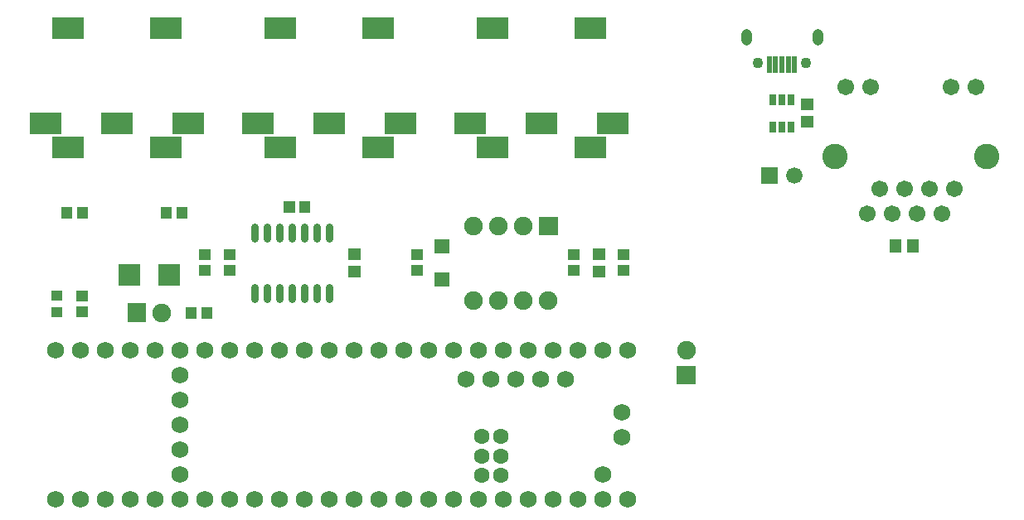
<source format=gts>
G04 Layer: TopSolderMaskLayer*
G04 EasyEDA v6.4.19.5, 2021-06-03T13:00:10+02:00*
G04 3a470d2b41ee429cb137c5c572919131,563db0ff5b334ec4995e7372edb549dc,10*
G04 Gerber Generator version 0.2*
G04 Scale: 100 percent, Rotated: No, Reflected: No *
G04 Dimensions in millimeters *
G04 leading zeros omitted , absolute positions ,4 integer and 5 decimal *
%FSLAX45Y45*%
%MOMM*%

%ADD37C,1.1016*%
%ADD38C,0.8032*%
%ADD40C,1.7016*%
%ADD41C,2.6016*%
%ADD42C,1.7272*%
%ADD43C,1.6032*%
%ADD47C,1.9000*%
%ADD51C,1.9016*%
%ADD58C,1.6764*%

%LPD*%
D37*
X9794499Y13047055D02*
G01*
X9794499Y12987055D01*
X10519516Y13047055D02*
G01*
X10519516Y12987055D01*
D38*
X4773802Y10459979D02*
G01*
X4773802Y10339979D01*
X4900802Y10459979D02*
G01*
X4900802Y10339979D01*
X5027802Y10459979D02*
G01*
X5027802Y10339979D01*
X5154802Y10459979D02*
G01*
X5154802Y10339979D01*
X5281802Y10459979D02*
G01*
X5281802Y10339979D01*
X5408802Y10459979D02*
G01*
X5408802Y10339979D01*
X5535802Y10459979D02*
G01*
X5535802Y10339979D01*
X4773802Y11079993D02*
G01*
X4773802Y10959993D01*
X4900802Y11079993D02*
G01*
X4900802Y10959993D01*
X5027802Y11079993D02*
G01*
X5027802Y10959993D01*
X5154802Y11079993D02*
G01*
X5154802Y10959993D01*
X5281802Y11079993D02*
G01*
X5281802Y10959993D01*
X5408802Y11079993D02*
G01*
X5408802Y10959993D01*
X5535802Y11079993D02*
G01*
X5535802Y10959993D01*
G36*
X11254486Y10818621D02*
G01*
X11254486Y10949178D01*
X11374881Y10949178D01*
X11374881Y10818621D01*
G37*
G36*
X11434572Y10818621D02*
G01*
X11434572Y10949178D01*
X11554713Y10949178D01*
X11554713Y10818621D01*
G37*
D40*
G01*
X11919508Y11463883D03*
G01*
X11792254Y11210137D03*
G01*
X11665508Y11463883D03*
G01*
X11538254Y11210137D03*
G01*
X11411508Y11463883D03*
G01*
X11284254Y11210137D03*
G01*
X11157508Y11463883D03*
G01*
X11030254Y11210137D03*
G01*
X12137948Y12504877D03*
G01*
X11883948Y12504877D03*
G01*
X11066068Y12504877D03*
G01*
X10812068Y12504877D03*
D41*
G01*
X12249962Y11793829D03*
G01*
X10700054Y11793829D03*
D42*
G01*
X2743200Y9817100D03*
G01*
X3251200Y9817100D03*
G01*
X3505200Y9817100D03*
G01*
X2997200Y9817100D03*
G01*
X3759200Y9817100D03*
G01*
X2997200Y8293100D03*
G01*
X2743200Y8293100D03*
G01*
X4013200Y9817100D03*
G01*
X4013200Y9563100D03*
G01*
X4013200Y9309100D03*
G01*
X4013200Y9055100D03*
G01*
X4013200Y8801100D03*
G01*
X4013200Y8547100D03*
G01*
X4013200Y8293100D03*
G01*
X3759200Y8293100D03*
G01*
X3505200Y8293100D03*
G01*
X3251200Y8293100D03*
G01*
X4267200Y9817100D03*
G01*
X4775200Y9817100D03*
G01*
X5029200Y9817100D03*
G01*
X5283200Y9817100D03*
G01*
X5537200Y9817100D03*
G01*
X5791200Y9817100D03*
G01*
X6045200Y9817100D03*
G01*
X6299200Y9817100D03*
G01*
X6553200Y9817100D03*
G01*
X6807200Y9817100D03*
G01*
X7061200Y9817100D03*
G01*
X7315200Y9817100D03*
G01*
X7569200Y9817100D03*
G01*
X7823200Y9817100D03*
G01*
X8077200Y9817100D03*
G01*
X8331200Y9817100D03*
G01*
X8585200Y9817100D03*
G01*
X8585200Y8293100D03*
G01*
X8331200Y8293100D03*
G01*
X8077200Y8293100D03*
G01*
X7823200Y8293100D03*
G01*
X7569200Y8293100D03*
G01*
X7315200Y8293100D03*
G01*
X7061200Y8293100D03*
G01*
X6807200Y8293100D03*
G01*
X6553200Y8293100D03*
G01*
X6299200Y8293100D03*
G01*
X6045200Y8293100D03*
G01*
X5791200Y8293100D03*
G01*
X5537200Y8293100D03*
G01*
X5283200Y8293100D03*
G01*
X5029200Y8293100D03*
G01*
X4775200Y8293100D03*
G01*
X4267200Y8293100D03*
G01*
X8331200Y8547100D03*
D43*
G01*
X7288199Y8733104D03*
G01*
X7088200Y8533104D03*
G01*
X7288199Y8533104D03*
D42*
G01*
X4521200Y8293100D03*
G01*
X4521200Y9817100D03*
G01*
X8524189Y9182100D03*
G01*
X8524189Y8928100D03*
G01*
X7950200Y9517100D03*
G01*
X7696200Y9517100D03*
G01*
X7442200Y9517100D03*
G01*
X7188200Y9517100D03*
G01*
X6934200Y9517100D03*
D43*
G01*
X7288199Y8933103D03*
G01*
X7088200Y8733104D03*
G01*
X7088200Y8933103D03*
G36*
X10002011Y12654534D02*
G01*
X10002011Y12824713D01*
X10052050Y12824713D01*
X10052050Y12654534D01*
G37*
G36*
X10067036Y12654534D02*
G01*
X10067036Y12824713D01*
X10117074Y12824713D01*
X10117074Y12654534D01*
G37*
G36*
X10131806Y12654534D02*
G01*
X10131806Y12824713D01*
X10182097Y12824713D01*
X10182097Y12654534D01*
G37*
G36*
X10196829Y12654534D02*
G01*
X10196829Y12824713D01*
X10247122Y12824713D01*
X10247122Y12654534D01*
G37*
G36*
X10261854Y12654534D02*
G01*
X10261854Y12824713D01*
X10312145Y12824713D01*
X10312145Y12654534D01*
G37*
D37*
G01*
X10399501Y12752057D03*
G01*
X9914514Y12752057D03*
G36*
X7541259Y12029186D02*
G01*
X7541259Y12249658D01*
X7861554Y12249658D01*
X7861554Y12029186D01*
G37*
G36*
X6811263Y12029186D02*
G01*
X6811263Y12249658D01*
X7131558Y12249658D01*
X7131558Y12029186D01*
G37*
G36*
X8271256Y12029186D02*
G01*
X8271256Y12249658D01*
X8591550Y12249658D01*
X8591550Y12029186D01*
G37*
G36*
X8041131Y11779250D02*
G01*
X8041131Y11999468D01*
X8361425Y11999468D01*
X8361425Y11779250D01*
G37*
G36*
X7041134Y11779250D02*
G01*
X7041134Y11999468D01*
X7361427Y11999468D01*
X7361427Y11779250D01*
G37*
G36*
X8041131Y12999212D02*
G01*
X8041131Y13219684D01*
X8361425Y13219684D01*
X8361425Y12999212D01*
G37*
G36*
X7041134Y12999212D02*
G01*
X7041134Y13219684D01*
X7361427Y13219684D01*
X7361427Y12999212D01*
G37*
G36*
X5373624Y12029186D02*
G01*
X5373624Y12249658D01*
X5693918Y12249658D01*
X5693918Y12029186D01*
G37*
G36*
X4643627Y12029186D02*
G01*
X4643627Y12249658D01*
X4963922Y12249658D01*
X4963922Y12029186D01*
G37*
G36*
X6103620Y12029186D02*
G01*
X6103620Y12249658D01*
X6423913Y12249658D01*
X6423913Y12029186D01*
G37*
G36*
X5873750Y11779250D02*
G01*
X5873750Y11999468D01*
X6194043Y11999468D01*
X6194043Y11779250D01*
G37*
G36*
X4873752Y11779250D02*
G01*
X4873752Y11999468D01*
X5194045Y11999468D01*
X5194045Y11779250D01*
G37*
G36*
X5873750Y12999212D02*
G01*
X5873750Y13219684D01*
X6194043Y13219684D01*
X6194043Y12999212D01*
G37*
G36*
X4873752Y12999212D02*
G01*
X4873752Y13219684D01*
X5194045Y13219684D01*
X5194045Y12999212D01*
G37*
G36*
X3206241Y12029186D02*
G01*
X3206241Y12249658D01*
X3526536Y12249658D01*
X3526536Y12029186D01*
G37*
G36*
X2476245Y12029186D02*
G01*
X2476245Y12249658D01*
X2796540Y12249658D01*
X2796540Y12029186D01*
G37*
G36*
X3936238Y12029186D02*
G01*
X3936238Y12249658D01*
X4256531Y12249658D01*
X4256531Y12029186D01*
G37*
G36*
X3706113Y11779250D02*
G01*
X3706113Y11999468D01*
X4026408Y11999468D01*
X4026408Y11779250D01*
G37*
G36*
X2706115Y11779250D02*
G01*
X2706115Y11999468D01*
X3026409Y11999468D01*
X3026409Y11779250D01*
G37*
G36*
X3706113Y12999212D02*
G01*
X3706113Y13219684D01*
X4026408Y13219684D01*
X4026408Y12999212D01*
G37*
G36*
X2706115Y12999212D02*
G01*
X2706115Y13219684D01*
X3026409Y13219684D01*
X3026409Y12999212D01*
G37*
G36*
X7677404Y10992104D02*
G01*
X7677404Y11182095D01*
X7867395Y11182095D01*
X7867395Y10992104D01*
G37*
D47*
G01*
X7518400Y11087100D03*
G01*
X7264400Y11087100D03*
G01*
X7010400Y11087100D03*
G01*
X7010400Y10325100D03*
G01*
X7264400Y10325100D03*
G01*
X7518400Y10325100D03*
G01*
X7772400Y10325100D03*
G36*
X6369811Y10575036D02*
G01*
X6369811Y10685018D01*
X6489954Y10685018D01*
X6489954Y10575036D01*
G37*
G36*
X6369811Y10734802D02*
G01*
X6369811Y10845037D01*
X6489954Y10845037D01*
X6489954Y10734802D01*
G37*
G36*
X5231891Y11217402D02*
G01*
X5231891Y11337797D01*
X5342127Y11337797D01*
X5342127Y11217402D01*
G37*
G36*
X5071872Y11217402D02*
G01*
X5071872Y11337797D01*
X5182108Y11337797D01*
X5182108Y11217402D01*
G37*
G36*
X4202175Y10575036D02*
G01*
X4202175Y10685018D01*
X4322318Y10685018D01*
X4322318Y10575036D01*
G37*
G36*
X4202175Y10734802D02*
G01*
X4202175Y10845037D01*
X4322318Y10845037D01*
X4322318Y10734802D01*
G37*
G36*
X4457191Y10575036D02*
G01*
X4457191Y10685018D01*
X4577334Y10685018D01*
X4577334Y10575036D01*
G37*
G36*
X4457191Y10734802D02*
G01*
X4457191Y10845037D01*
X4577334Y10845037D01*
X4577334Y10734802D01*
G37*
G36*
X7972297Y10575036D02*
G01*
X7972297Y10685018D01*
X8092693Y10685018D01*
X8092693Y10575036D01*
G37*
G36*
X7972297Y10734802D02*
G01*
X7972297Y10845037D01*
X8092693Y10845037D01*
X8092693Y10734802D01*
G37*
G36*
X8482329Y10575036D02*
G01*
X8482329Y10685018D01*
X8602472Y10685018D01*
X8602472Y10575036D01*
G37*
G36*
X8482329Y10734802D02*
G01*
X8482329Y10845037D01*
X8602472Y10845037D01*
X8602472Y10734802D01*
G37*
G36*
X2957322Y11159997D02*
G01*
X2957322Y11280139D01*
X3067558Y11280139D01*
X3067558Y11159997D01*
G37*
G36*
X2797556Y11159997D02*
G01*
X2797556Y11280139D01*
X2907538Y11280139D01*
X2907538Y11159997D01*
G37*
G36*
X3977386Y11159997D02*
G01*
X3977386Y11280139D01*
X4087622Y11280139D01*
X4087622Y11159997D01*
G37*
G36*
X3817365Y11159997D02*
G01*
X3817365Y11280139D01*
X3927602Y11280139D01*
X3927602Y11159997D01*
G37*
G36*
X4232402Y10139934D02*
G01*
X4232402Y10260076D01*
X4342638Y10260076D01*
X4342638Y10139934D01*
G37*
G36*
X4072381Y10139934D02*
G01*
X4072381Y10260076D01*
X4182618Y10260076D01*
X4182618Y10139934D01*
G37*
G36*
X6604761Y10469879D02*
G01*
X6604761Y10610087D01*
X6765036Y10610087D01*
X6765036Y10469879D01*
G37*
G36*
X6604761Y10809731D02*
G01*
X6604761Y10950194D01*
X6765036Y10950194D01*
X6765036Y10809731D01*
G37*
D51*
G01*
X3824503Y10200004D03*
G36*
X3475481Y10104881D02*
G01*
X3475481Y10295128D01*
X3665474Y10295128D01*
X3665474Y10104881D01*
G37*
G01*
X9179991Y9816998D03*
G36*
X9084818Y9467850D02*
G01*
X9084818Y9658095D01*
X9275063Y9658095D01*
X9275063Y9467850D01*
G37*
G36*
X3792981Y10472420D02*
G01*
X3792981Y10692637D01*
X4013454Y10692637D01*
X4013454Y10472420D01*
G37*
G36*
X3381502Y10472420D02*
G01*
X3381502Y10692637D01*
X3601974Y10692637D01*
X3601974Y10472420D01*
G37*
G36*
X2699765Y10321797D02*
G01*
X2699765Y10422128D01*
X2810002Y10422128D01*
X2810002Y10321797D01*
G37*
G36*
X2699765Y10151871D02*
G01*
X2699765Y10251947D01*
X2810002Y10251947D01*
X2810002Y10151871D01*
G37*
G36*
X2949702Y10311892D02*
G01*
X2949702Y10422128D01*
X3070097Y10422128D01*
X3070097Y10311892D01*
G37*
G36*
X2949702Y10151871D02*
G01*
X2949702Y10262108D01*
X3070097Y10262108D01*
X3070097Y10151871D01*
G37*
G36*
X5727191Y10739628D02*
G01*
X5727191Y10860024D01*
X5857493Y10860024D01*
X5857493Y10739628D01*
G37*
G36*
X5727191Y10559795D02*
G01*
X5727191Y10679937D01*
X5857493Y10679937D01*
X5857493Y10559795D01*
G37*
G36*
X8222234Y10739881D02*
G01*
X8222234Y10860278D01*
X8352536Y10860278D01*
X8352536Y10739881D01*
G37*
G36*
X8222234Y10559795D02*
G01*
X8222234Y10680192D01*
X8352536Y10680192D01*
X8352536Y10559795D01*
G37*
G36*
X10346943Y12090654D02*
G01*
X10346943Y12211050D01*
X10477245Y12211050D01*
X10477245Y12090654D01*
G37*
G36*
X10346943Y12270739D02*
G01*
X10346943Y12390881D01*
X10477245Y12390881D01*
X10477245Y12270739D01*
G37*
G36*
X10219436Y12045695D02*
G01*
X10219436Y12155931D01*
X10284713Y12155931D01*
X10284713Y12045695D01*
G37*
G36*
X10124440Y12045695D02*
G01*
X10124440Y12155931D01*
X10189718Y12155931D01*
X10189718Y12045695D01*
G37*
G36*
X10029443Y12045695D02*
G01*
X10029443Y12155931D01*
X10094722Y12155931D01*
X10094722Y12045695D01*
G37*
G36*
X10029443Y12325604D02*
G01*
X10029443Y12435839D01*
X10094722Y12435839D01*
X10094722Y12325604D01*
G37*
G36*
X10124440Y12325604D02*
G01*
X10124440Y12435839D01*
X10189718Y12435839D01*
X10189718Y12325604D01*
G37*
G36*
X10219436Y12325604D02*
G01*
X10219436Y12435839D01*
X10284713Y12435839D01*
X10284713Y12325604D01*
G37*
G36*
X9946131Y11519408D02*
G01*
X9946131Y11687047D01*
X10113772Y11687047D01*
X10113772Y11519408D01*
G37*
D58*
G01*
X10284007Y11603291D03*
M02*

</source>
